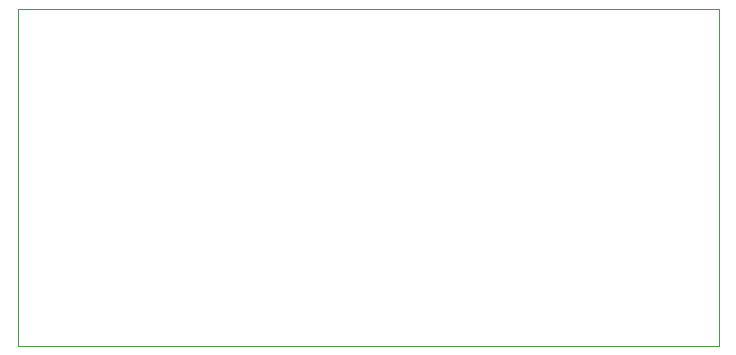
<source format=gbr>
%TF.GenerationSoftware,KiCad,Pcbnew,7.0.9*%
%TF.CreationDate,2023-12-22T17:01:32-08:00*%
%TF.ProjectId,Blinker5,426c696e-6b65-4723-952e-6b696361645f,n/c*%
%TF.SameCoordinates,Original*%
%TF.FileFunction,Profile,NP*%
%FSLAX46Y46*%
G04 Gerber Fmt 4.6, Leading zero omitted, Abs format (unit mm)*
G04 Created by KiCad (PCBNEW 7.0.9) date 2023-12-22 17:01:32*
%MOMM*%
%LPD*%
G01*
G04 APERTURE LIST*
%TA.AperFunction,Profile*%
%ADD10C,0.100000*%
%TD*%
G04 APERTURE END LIST*
D10*
X104100000Y-57400000D02*
X163400000Y-57400000D01*
X163400000Y-85900000D01*
X104100000Y-85900000D01*
X104100000Y-57400000D01*
M02*

</source>
